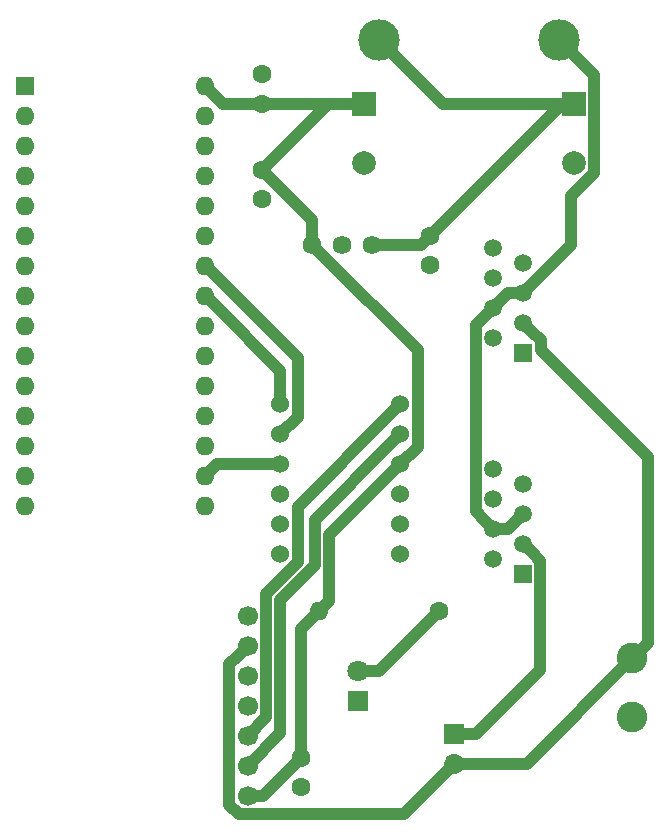
<source format=gbr>
G04 #@! TF.GenerationSoftware,KiCad,Pcbnew,(5.1.2)-2*
G04 #@! TF.CreationDate,2020-02-16T14:31:34-06:00*
G04 #@! TF.ProjectId,TempMonitor8PCB,54656d70-4d6f-46e6-9974-6f7238504342,rev?*
G04 #@! TF.SameCoordinates,Original*
G04 #@! TF.FileFunction,Copper,L1,Top*
G04 #@! TF.FilePolarity,Positive*
%FSLAX46Y46*%
G04 Gerber Fmt 4.6, Leading zero omitted, Abs format (unit mm)*
G04 Created by KiCad (PCBNEW (5.1.2)-2) date 2020-02-16 14:31:34*
%MOMM*%
%LPD*%
G04 APERTURE LIST*
%ADD10R,1.600000X1.600000*%
%ADD11O,1.600000X1.600000*%
%ADD12O,1.700000X1.700000*%
%ADD13R,1.700000X1.700000*%
%ADD14C,2.000000*%
%ADD15R,2.000000X2.000000*%
%ADD16C,2.600000*%
%ADD17C,3.500000*%
%ADD18C,1.590000*%
%ADD19C,1.600000*%
%ADD20C,1.700000*%
%ADD21C,1.800000*%
%ADD22R,1.800000X1.800000*%
%ADD23C,1.500000*%
%ADD24R,1.500000X1.500000*%
%ADD25C,1.524000*%
%ADD26C,1.000000*%
G04 APERTURE END LIST*
D10*
X116840000Y-53848000D03*
D11*
X132080000Y-86868000D03*
X116840000Y-56388000D03*
X132080000Y-84328000D03*
X116840000Y-58928000D03*
X132080000Y-81788000D03*
X116840000Y-61468000D03*
X132080000Y-79248000D03*
X116840000Y-64008000D03*
X132080000Y-76708000D03*
X116840000Y-66548000D03*
X132080000Y-74168000D03*
X116840000Y-69088000D03*
X132080000Y-71628000D03*
X116840000Y-71628000D03*
X132080000Y-69088000D03*
X116840000Y-74168000D03*
X132080000Y-66548000D03*
X116840000Y-76708000D03*
X132080000Y-64008000D03*
X116840000Y-79248000D03*
X132080000Y-61468000D03*
X116840000Y-81788000D03*
X132080000Y-58928000D03*
X116840000Y-84328000D03*
X132080000Y-56388000D03*
X116840000Y-86868000D03*
X132080000Y-53848000D03*
X116840000Y-89408000D03*
X132080000Y-89408000D03*
D12*
X153162000Y-111252000D03*
D13*
X153162000Y-108712000D03*
D14*
X145542000Y-60372000D03*
D15*
X145542000Y-55372000D03*
D16*
X168228000Y-107322000D03*
X168228000Y-102322000D03*
D17*
X146812000Y-50000000D03*
X162052000Y-50000000D03*
D18*
X141143524Y-67345000D03*
X143683524Y-67345000D03*
X146223524Y-67345000D03*
D19*
X151130000Y-69048000D03*
X151130000Y-66548000D03*
X136906000Y-63460000D03*
X136906000Y-60960000D03*
D14*
X163322000Y-60372000D03*
D15*
X163322000Y-55372000D03*
D19*
X140208000Y-113244000D03*
X140208000Y-110744000D03*
X136906000Y-52872000D03*
X136906000Y-55372000D03*
D11*
X141732000Y-98298000D03*
D19*
X151892000Y-98298000D03*
D20*
X135666000Y-98714000D03*
X135666000Y-101254000D03*
X135666000Y-103794000D03*
X135666000Y-106334000D03*
X135666000Y-108874000D03*
X135666000Y-111414000D03*
X135666000Y-113954000D03*
D21*
X145034000Y-103378000D03*
D22*
X145034000Y-105918000D03*
D23*
X156449000Y-86245000D03*
X158989000Y-87515000D03*
X156449000Y-88785000D03*
X158989000Y-90055000D03*
X156449000Y-91325000D03*
X158989000Y-92595000D03*
X156449000Y-93865000D03*
D24*
X158989000Y-95135000D03*
D25*
X148590000Y-93472000D03*
X148590000Y-90932000D03*
X148590000Y-88392000D03*
X148590000Y-85852000D03*
X148590000Y-83312000D03*
X148590000Y-80772000D03*
X138430000Y-93472000D03*
X138430000Y-90932000D03*
X138430000Y-88392000D03*
X138430000Y-85852000D03*
X138430000Y-83312000D03*
X138430000Y-80772000D03*
D23*
X156464000Y-67564000D03*
X159004000Y-68834000D03*
X156464000Y-70104000D03*
X159004000Y-71374000D03*
X156464000Y-72644000D03*
X159004000Y-73914000D03*
X156464000Y-75184000D03*
D24*
X159004000Y-76454000D03*
D26*
X159298000Y-111252000D02*
X153162000Y-111252000D01*
X168228000Y-102322000D02*
X159298000Y-111252000D01*
X134816001Y-102103999D02*
X135666000Y-101254000D01*
X134115999Y-102804001D02*
X134816001Y-102103999D01*
X134115999Y-114698001D02*
X134115999Y-102804001D01*
X134921999Y-115504001D02*
X134115999Y-114698001D01*
X148909999Y-115504001D02*
X134921999Y-115504001D01*
X153162000Y-111252000D02*
X148909999Y-115504001D01*
X159753999Y-74663999D02*
X159004000Y-73914000D01*
X160454001Y-75364001D02*
X159753999Y-74663999D01*
X160454001Y-76228003D02*
X160454001Y-75364001D01*
X169527999Y-85302001D02*
X160454001Y-76228003D01*
X169527999Y-101022001D02*
X169527999Y-85302001D01*
X168228000Y-102322000D02*
X169527999Y-101022001D01*
X139892001Y-89469999D02*
X147828001Y-81533999D01*
X147828001Y-81533999D02*
X148590000Y-80772000D01*
X139892001Y-94173761D02*
X139892001Y-89469999D01*
X137216001Y-96849761D02*
X139892001Y-94173761D01*
X137216001Y-107323999D02*
X137216001Y-96849761D01*
X135666000Y-108874000D02*
X137216001Y-107323999D01*
X141331988Y-94430845D02*
X141331988Y-90570012D01*
X147828001Y-84073999D02*
X148590000Y-83312000D01*
X138416012Y-97346821D02*
X141331988Y-94430845D01*
X138416012Y-108663988D02*
X138416012Y-97346821D01*
X135666000Y-111414000D02*
X138416012Y-108663988D01*
X141331988Y-90570012D02*
X147828001Y-84073999D01*
X146812000Y-103378000D02*
X151892000Y-98298000D01*
X145034000Y-103378000D02*
X146812000Y-103378000D01*
X157734000Y-71374000D02*
X156464000Y-72644000D01*
X159004000Y-71374000D02*
X157734000Y-71374000D01*
X155699001Y-90575001D02*
X156449000Y-91325000D01*
X154998999Y-89874999D02*
X155699001Y-90575001D01*
X154998999Y-74109001D02*
X154998999Y-89874999D01*
X156464000Y-72644000D02*
X154998999Y-74109001D01*
X157719000Y-91325000D02*
X158989000Y-90055000D01*
X156449000Y-91325000D02*
X157719000Y-91325000D01*
X163801999Y-51749999D02*
X162052000Y-50000000D01*
X165022001Y-52970001D02*
X163801999Y-51749999D01*
X165022001Y-61188001D02*
X165022001Y-52970001D01*
X163053999Y-63156003D02*
X165022001Y-61188001D01*
X163053999Y-67324001D02*
X163053999Y-63156003D01*
X159004000Y-71374000D02*
X163053999Y-67324001D01*
X150333000Y-67345000D02*
X151130000Y-66548000D01*
X146223524Y-67345000D02*
X150333000Y-67345000D01*
X162306000Y-55372000D02*
X163322000Y-55372000D01*
X151130000Y-66548000D02*
X162306000Y-55372000D01*
X152184000Y-55372000D02*
X146812000Y-50000000D01*
X163322000Y-55372000D02*
X152184000Y-55372000D01*
X159738999Y-93344999D02*
X158989000Y-92595000D01*
X160439001Y-94045001D02*
X159738999Y-93344999D01*
X160439001Y-103284999D02*
X160439001Y-94045001D01*
X155012000Y-108712000D02*
X160439001Y-103284999D01*
X153162000Y-108712000D02*
X155012000Y-108712000D01*
X133096000Y-85852000D02*
X132080000Y-86868000D01*
X138430000Y-85852000D02*
X133096000Y-85852000D01*
X132879999Y-72427999D02*
X132080000Y-71628000D01*
X138430000Y-77978000D02*
X132879999Y-72427999D01*
X138430000Y-80772000D02*
X138430000Y-77978000D01*
X132879999Y-69887999D02*
X132080000Y-69088000D01*
X139892001Y-76900001D02*
X132879999Y-69887999D01*
X139892001Y-81849999D02*
X139892001Y-76900001D01*
X138430000Y-83312000D02*
X139892001Y-81849999D01*
X136998000Y-113954000D02*
X140208000Y-110744000D01*
X135666000Y-113954000D02*
X136998000Y-113954000D01*
X140208000Y-99822000D02*
X141732000Y-98298000D01*
X140208000Y-110744000D02*
X140208000Y-99822000D01*
X147828001Y-86613999D02*
X148590000Y-85852000D01*
X142531999Y-91910001D02*
X147828001Y-86613999D01*
X142531999Y-97498001D02*
X142531999Y-91910001D01*
X141732000Y-98298000D02*
X142531999Y-97498001D01*
X141938523Y-68139999D02*
X141143524Y-67345000D01*
X150052001Y-76253477D02*
X141938523Y-68139999D01*
X150052001Y-84389999D02*
X150052001Y-76253477D01*
X148590000Y-85852000D02*
X150052001Y-84389999D01*
X141143524Y-65197524D02*
X136906000Y-60960000D01*
X141143524Y-67345000D02*
X141143524Y-65197524D01*
X133604000Y-55372000D02*
X132080000Y-53848000D01*
X136906000Y-55372000D02*
X133604000Y-55372000D01*
X142494000Y-55372000D02*
X136906000Y-60960000D01*
X145542000Y-55372000D02*
X142494000Y-55372000D01*
X145542000Y-55372000D02*
X136906000Y-55372000D01*
M02*

</source>
